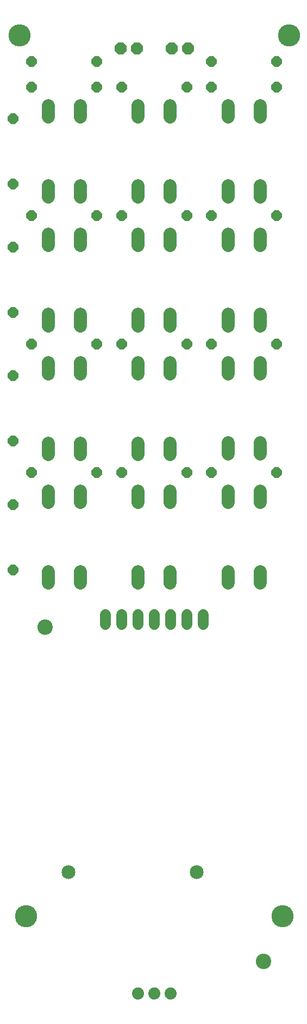
<source format=gts>
G04 EAGLE Gerber RS-274X export*
G75*
%MOMM*%
%FSLAX34Y34*%
%LPD*%
%INSoldermask Top*%
%IPPOS*%
%AMOC8*
5,1,8,0,0,1.08239X$1,22.5*%
G01*
G04 Define Apertures*
%ADD10C,2.403200*%
%ADD11C,3.453200*%
%ADD12P,1.76776X8X22.5*%
%ADD13P,1.76776X8X292.5*%
%ADD14C,1.993900*%
%ADD15C,2.153200*%
%ADD16C,1.727200*%
%ADD17P,1.76776X8X202.5*%
%ADD18C,1.879600*%
%ADD19P,2.03446X8X22.5*%
D10*
X410000Y70000D03*
X70000Y590000D03*
D11*
X40000Y140000D03*
X440000Y140000D03*
X30000Y1510000D03*
X450000Y1510000D03*
D12*
X329200Y1030000D03*
X430800Y1030000D03*
D13*
X20000Y1180800D03*
X20000Y1079200D03*
D12*
X49200Y1230000D03*
X150800Y1230000D03*
X189200Y1230000D03*
X290800Y1230000D03*
X329200Y1230000D03*
X430800Y1230000D03*
D13*
X20000Y1380800D03*
X20000Y1279200D03*
D12*
X49200Y1430000D03*
X150800Y1430000D03*
X189200Y1430000D03*
X290800Y1430000D03*
X329200Y1430000D03*
X430800Y1430000D03*
D13*
X20000Y780800D03*
X20000Y679200D03*
X20000Y980800D03*
X20000Y879200D03*
D12*
X49200Y1030000D03*
X150800Y1030000D03*
X49200Y830000D03*
X150800Y830000D03*
X189200Y830000D03*
X290800Y830000D03*
X329200Y830000D03*
X430800Y830000D03*
X189200Y1030000D03*
X290800Y1030000D03*
D14*
X404892Y676470D02*
X404892Y658563D01*
X404892Y783531D02*
X404892Y801438D01*
X355108Y676470D02*
X355108Y658563D01*
X355108Y783531D02*
X355108Y801438D01*
X404892Y1258563D02*
X404892Y1276470D01*
X404892Y1383531D02*
X404892Y1401438D01*
X355108Y1276470D02*
X355108Y1258563D01*
X355108Y1383531D02*
X355108Y1401438D01*
X264892Y1276470D02*
X264892Y1258563D01*
X264892Y1383531D02*
X264892Y1401438D01*
X215108Y1276470D02*
X215108Y1258563D01*
X215108Y1383531D02*
X215108Y1401438D01*
X124892Y1276470D02*
X124892Y1258563D01*
X124892Y1383531D02*
X124892Y1401438D01*
X75108Y1276470D02*
X75108Y1258563D01*
X75108Y1383531D02*
X75108Y1401438D01*
X264892Y676470D02*
X264892Y658563D01*
X264892Y783531D02*
X264892Y801438D01*
X215108Y676470D02*
X215108Y658563D01*
X215108Y783531D02*
X215108Y801438D01*
X124892Y676470D02*
X124892Y658563D01*
X124892Y783531D02*
X124892Y801438D01*
X75108Y676470D02*
X75108Y658563D01*
X75108Y783531D02*
X75108Y801438D01*
X404892Y858869D02*
X404892Y876776D01*
X404892Y983837D02*
X404892Y1001744D01*
X355108Y876776D02*
X355108Y858869D01*
X355108Y983837D02*
X355108Y1001744D01*
X264892Y876470D02*
X264892Y858563D01*
X264892Y983531D02*
X264892Y1001438D01*
X215108Y876470D02*
X215108Y858563D01*
X215108Y983531D02*
X215108Y1001438D01*
X124892Y876470D02*
X124892Y858563D01*
X124892Y983531D02*
X124892Y1001438D01*
X75108Y876470D02*
X75108Y858563D01*
X75108Y983531D02*
X75108Y1001438D01*
X404892Y1058563D02*
X404892Y1076470D01*
X404892Y1183531D02*
X404892Y1201438D01*
X355108Y1076470D02*
X355108Y1058563D01*
X355108Y1183531D02*
X355108Y1201438D01*
X264892Y1076470D02*
X264892Y1058563D01*
X264892Y1183531D02*
X264892Y1201438D01*
X215108Y1076470D02*
X215108Y1058563D01*
X215108Y1183531D02*
X215108Y1201438D01*
X124892Y1076470D02*
X124892Y1058563D01*
X124892Y1183531D02*
X124892Y1201438D01*
X75108Y1076470D02*
X75108Y1058563D01*
X75108Y1183531D02*
X75108Y1201438D01*
D15*
X106450Y209000D03*
X306450Y209000D03*
D16*
X316200Y594192D02*
X316200Y609432D01*
X290800Y609432D02*
X290800Y594192D01*
X265400Y594192D02*
X265400Y609432D01*
X240000Y609432D02*
X240000Y594192D01*
X214600Y594192D02*
X214600Y609432D01*
X189200Y609432D02*
X189200Y594192D01*
X163800Y594192D02*
X163800Y609432D01*
D12*
X49200Y1470000D03*
X150800Y1470000D03*
D17*
X430800Y1470000D03*
X329200Y1470000D03*
D18*
X240000Y20066D03*
X265400Y20066D03*
X214600Y20066D03*
D19*
X187300Y1490000D03*
X212700Y1490000D03*
X267300Y1490000D03*
X292700Y1490000D03*
M02*

</source>
